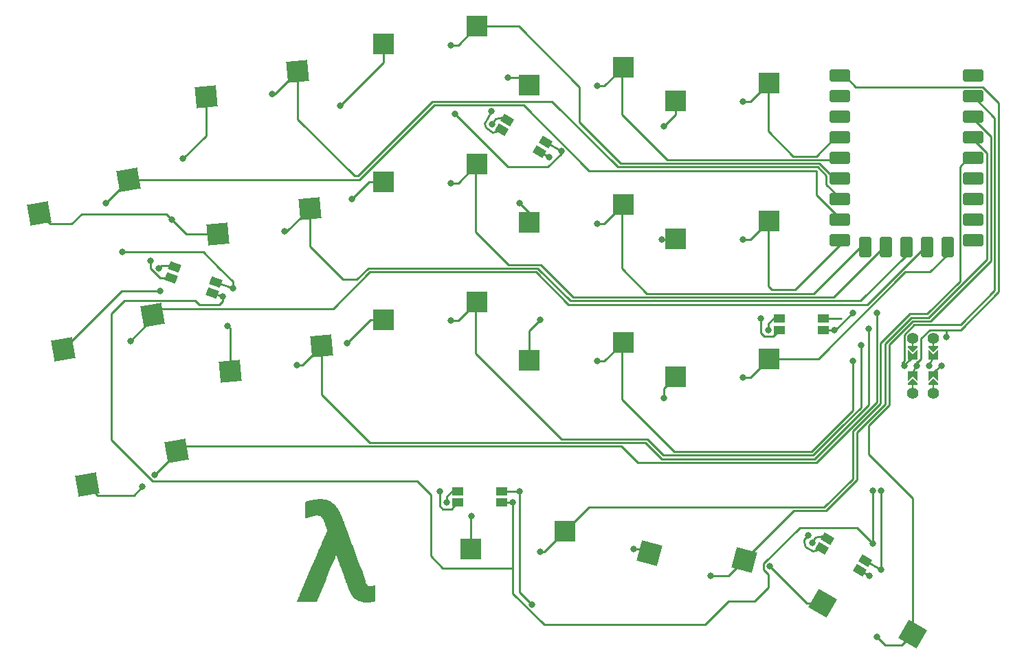
<source format=gbr>
%TF.GenerationSoftware,KiCad,Pcbnew,9.0.3*%
%TF.CreationDate,2025-07-20T18:48:35+02:00*%
%TF.ProjectId,kdb-v1,6b64622d-7631-42e6-9b69-6361645f7063,v1.0.0*%
%TF.SameCoordinates,Original*%
%TF.FileFunction,Copper,L1,Top*%
%TF.FilePolarity,Positive*%
%FSLAX46Y46*%
G04 Gerber Fmt 4.6, Leading zero omitted, Abs format (unit mm)*
G04 Created by KiCad (PCBNEW 9.0.3) date 2025-07-20 18:48:35*
%MOMM*%
%LPD*%
G01*
G04 APERTURE LIST*
G04 Aperture macros list*
%AMRoundRect*
0 Rectangle with rounded corners*
0 $1 Rounding radius*
0 $2 $3 $4 $5 $6 $7 $8 $9 X,Y pos of 4 corners*
0 Add a 4 corners polygon primitive as box body*
4,1,4,$2,$3,$4,$5,$6,$7,$8,$9,$2,$3,0*
0 Add four circle primitives for the rounded corners*
1,1,$1+$1,$2,$3*
1,1,$1+$1,$4,$5*
1,1,$1+$1,$6,$7*
1,1,$1+$1,$8,$9*
0 Add four rect primitives between the rounded corners*
20,1,$1+$1,$2,$3,$4,$5,0*
20,1,$1+$1,$4,$5,$6,$7,0*
20,1,$1+$1,$6,$7,$8,$9,0*
20,1,$1+$1,$8,$9,$2,$3,0*%
%AMRotRect*
0 Rectangle, with rotation*
0 The origin of the aperture is its center*
0 $1 length*
0 $2 width*
0 $3 Rotation angle, in degrees counterclockwise*
0 Add horizontal line*
21,1,$1,$2,0,0,$3*%
%AMFreePoly0*
4,1,5,0.125000,-0.500000,-0.125000,-0.500000,-0.125000,0.500000,0.125000,0.500000,0.125000,-0.500000,0.125000,-0.500000,$1*%
%AMFreePoly1*
4,1,6,0.600000,-0.200000,0.600000,-0.400000,-0.600000,-0.400000,-0.600000,-0.200000,0.000000,0.400000,0.600000,-0.200000,0.600000,-0.200000,$1*%
%AMFreePoly2*
4,1,45,0.000555,0.122598,0.024386,0.122598,0.024859,0.122401,0.025375,0.122398,0.047313,0.113101,0.069446,0.103934,0.069811,0.103568,0.070282,0.103370,0.089098,0.087673,1.073098,-0.912327,1.088490,-0.931394,1.106791,-0.976602,1.106397,-1.025374,1.087370,-1.070282,1.052606,-1.104490,1.007397,-1.122791,0.958625,-1.122397,0.913717,-1.103370,0.894901,-1.087672,-0.089098,-0.087673,
-0.103295,-0.070084,-0.103934,-0.069446,-0.104063,-0.069132,-0.104490,-0.068606,-0.113424,-0.046532,-0.122598,-0.024386,-0.122598,-0.023873,-0.122791,-0.023397,-0.122598,0.000554,-0.122598,0.024386,-0.122402,0.024858,-0.122398,0.025375,-0.113101,0.047313,-0.103934,0.069446,-0.103568,0.069811,-0.103370,0.070282,-0.086425,0.086954,-0.069446,0.103934,-0.068969,0.104131,-0.068606,0.104490,
-0.046532,0.113424,-0.024386,0.122598,-0.023874,0.122598,-0.023397,0.122791,0.000555,0.122598,0.000555,0.122598,$1*%
%AMFreePoly3*
4,1,6,0.600000,-1.000000,0.000000,-0.400000,-0.600000,-1.000000,-0.600000,0.250000,0.600000,0.250000,0.600000,-1.000000,0.600000,-1.000000,$1*%
%AMFreePoly4*
4,1,45,0.004553,0.122598,0.024386,0.122598,0.028727,0.120799,0.033410,0.120452,0.056267,0.111620,1.032267,-0.380380,1.052962,-0.393502,1.084797,-0.430452,1.100069,-0.476772,1.096452,-0.525410,1.074498,-0.568962,1.037549,-0.600797,0.991228,-0.616069,0.942590,-0.612452,0.919733,-0.603620,-0.056267,-0.111620,-0.066392,-0.105198,-0.069446,-0.103934,-0.071279,-0.102100,-0.076962,-0.098498,
-0.089900,-0.083479,-0.103934,-0.069446,-0.105733,-0.065102,-0.108797,-0.061548,-0.115004,-0.042719,-0.122598,-0.024386,-0.122598,-0.019689,-0.124069,-0.015228,-0.122598,0.004552,-0.122598,0.024386,-0.120800,0.028726,-0.120452,0.033410,-0.111525,0.051119,-0.103934,0.069446,-0.100610,0.072769,-0.098498,0.076962,-0.083479,0.089900,-0.069446,0.103934,-0.065102,0.105733,-0.061548,0.108797,
-0.042719,0.115004,-0.024386,0.122598,-0.019690,0.122598,-0.015228,0.124069,0.004553,0.122598,0.004553,0.122598,$1*%
G04 Aperture macros list end*
%TA.AperFunction,EtchedComponent*%
%ADD10C,0.000000*%
%TD*%
%TA.AperFunction,SMDPad,CuDef*%
%ADD11R,2.600000X2.600000*%
%TD*%
%TA.AperFunction,SMDPad,CuDef*%
%ADD12RotRect,2.600000X2.600000X5.000000*%
%TD*%
%TA.AperFunction,ComponentPad*%
%ADD13RoundRect,0.400000X-0.900000X-0.400000X0.900000X-0.400000X0.900000X0.400000X-0.900000X0.400000X0*%
%TD*%
%TA.AperFunction,ComponentPad*%
%ADD14RoundRect,0.400050X-0.899950X-0.400050X0.899950X-0.400050X0.899950X0.400050X-0.899950X0.400050X0*%
%TD*%
%TA.AperFunction,ComponentPad*%
%ADD15RoundRect,0.400000X-0.400000X-0.900000X0.400000X-0.900000X0.400000X0.900000X-0.400000X0.900000X0*%
%TD*%
%TA.AperFunction,ComponentPad*%
%ADD16RoundRect,0.393700X-0.393700X-0.906300X0.393700X-0.906300X0.393700X0.906300X-0.393700X0.906300X0*%
%TD*%
%TA.AperFunction,SMDPad,CuDef*%
%ADD17RotRect,2.600000X2.600000X330.000000*%
%TD*%
%TA.AperFunction,SMDPad,CuDef*%
%ADD18RotRect,2.600000X2.600000X345.000000*%
%TD*%
%TA.AperFunction,SMDPad,CuDef*%
%ADD19RotRect,2.600000X2.600000X10.000000*%
%TD*%
%TA.AperFunction,ComponentPad*%
%ADD20C,1.400000*%
%TD*%
%TA.AperFunction,SMDPad,CuDef*%
%ADD21FreePoly0,180.000000*%
%TD*%
%TA.AperFunction,SMDPad,CuDef*%
%ADD22FreePoly1,180.000000*%
%TD*%
%TA.AperFunction,SMDPad,CuDef*%
%ADD23FreePoly1,0.000000*%
%TD*%
%TA.AperFunction,SMDPad,CuDef*%
%ADD24FreePoly0,0.000000*%
%TD*%
%TA.AperFunction,ComponentPad*%
%ADD25C,0.800000*%
%TD*%
%TA.AperFunction,SMDPad,CuDef*%
%ADD26FreePoly2,90.000000*%
%TD*%
%TA.AperFunction,SMDPad,CuDef*%
%ADD27FreePoly3,0.000000*%
%TD*%
%TA.AperFunction,SMDPad,CuDef*%
%ADD28FreePoly4,270.000000*%
%TD*%
%TA.AperFunction,SMDPad,CuDef*%
%ADD29FreePoly3,180.000000*%
%TD*%
%TA.AperFunction,SMDPad,CuDef*%
%ADD30FreePoly4,90.000000*%
%TD*%
%TA.AperFunction,SMDPad,CuDef*%
%ADD31FreePoly2,270.000000*%
%TD*%
%TA.AperFunction,SMDPad,CuDef*%
%ADD32R,1.400000X1.000000*%
%TD*%
%TA.AperFunction,SMDPad,CuDef*%
%ADD33RotRect,1.400000X1.000000X330.000000*%
%TD*%
%TA.AperFunction,SMDPad,CuDef*%
%ADD34RotRect,1.400000X1.000000X340.000000*%
%TD*%
%TA.AperFunction,ViaPad*%
%ADD35C,0.800000*%
%TD*%
%TA.AperFunction,Conductor*%
%ADD36C,0.250000*%
%TD*%
G04 APERTURE END LIST*
D10*
%TA.AperFunction,EtchedComponent*%
%TO.C,G\u002A\u002A\u002A*%
G36*
X120027066Y-99519069D02*
G01*
X120202972Y-99527391D01*
X120369411Y-99541609D01*
X120492778Y-99557273D01*
X120643179Y-99587828D01*
X120802466Y-99635493D01*
X120966822Y-99698798D01*
X121132434Y-99776270D01*
X121295484Y-99866438D01*
X121297430Y-99867604D01*
X121367867Y-99915763D01*
X121449563Y-99982397D01*
X121541856Y-100066885D01*
X121644086Y-100168610D01*
X121755592Y-100286952D01*
X121813893Y-100351351D01*
X121886247Y-100432824D01*
X121946467Y-100502509D01*
X121997225Y-100564323D01*
X122041195Y-100622182D01*
X122081049Y-100680000D01*
X122119460Y-100741694D01*
X122159100Y-100811180D01*
X122202642Y-100892372D01*
X122252759Y-100989187D01*
X122263262Y-101009703D01*
X122327363Y-101135853D01*
X122381992Y-101245247D01*
X122428523Y-101340852D01*
X122468330Y-101425633D01*
X122502786Y-101502557D01*
X122533263Y-101574591D01*
X122561136Y-101644702D01*
X122578476Y-101690563D01*
X122603928Y-101759083D01*
X122636830Y-101847594D01*
X122676774Y-101954995D01*
X122723350Y-102080188D01*
X122776148Y-102222071D01*
X122834758Y-102379545D01*
X122898771Y-102551510D01*
X122967777Y-102736867D01*
X123041366Y-102934515D01*
X123119129Y-103143354D01*
X123200656Y-103362285D01*
X123285537Y-103590207D01*
X123373362Y-103826022D01*
X123463723Y-104068628D01*
X123556208Y-104316926D01*
X123650409Y-104569816D01*
X123745916Y-104826199D01*
X123842319Y-105084974D01*
X123939209Y-105345041D01*
X124036175Y-105605301D01*
X124132808Y-105864654D01*
X124228698Y-106122000D01*
X124323436Y-106376238D01*
X124416612Y-106626269D01*
X124507816Y-106870994D01*
X124596639Y-107109312D01*
X124682671Y-107340123D01*
X124765502Y-107562328D01*
X124844722Y-107774826D01*
X124898693Y-107919583D01*
X124977821Y-108131774D01*
X125049482Y-108323910D01*
X125114047Y-108497035D01*
X125171889Y-108652194D01*
X125223377Y-108790430D01*
X125268885Y-108912788D01*
X125308783Y-109020312D01*
X125343443Y-109114046D01*
X125373237Y-109195033D01*
X125398535Y-109264318D01*
X125419709Y-109322946D01*
X125437132Y-109371959D01*
X125451173Y-109412403D01*
X125462206Y-109445321D01*
X125470600Y-109471757D01*
X125476728Y-109492756D01*
X125480962Y-109509361D01*
X125483672Y-109522618D01*
X125485230Y-109533568D01*
X125486007Y-109543258D01*
X125486376Y-109552730D01*
X125486707Y-109563029D01*
X125487282Y-109573903D01*
X125503232Y-109678495D01*
X125535436Y-109777082D01*
X125581772Y-109863210D01*
X125583066Y-109865107D01*
X125613179Y-109910618D01*
X125645122Y-109961279D01*
X125661793Y-109988900D01*
X125687822Y-110030655D01*
X125715727Y-110071690D01*
X125732757Y-110094516D01*
X125756181Y-110128089D01*
X125774509Y-110161551D01*
X125778482Y-110171284D01*
X125795809Y-110199738D01*
X125817975Y-110216178D01*
X125838244Y-110219708D01*
X125876548Y-110222728D01*
X125928416Y-110225020D01*
X125989377Y-110226365D01*
X126031505Y-110226628D01*
X126111040Y-110225888D01*
X126179565Y-110223222D01*
X126244802Y-110217961D01*
X126314473Y-110209434D01*
X126396300Y-110196972D01*
X126421844Y-110192785D01*
X126488639Y-110181638D01*
X126549125Y-110171387D01*
X126599241Y-110162736D01*
X126634923Y-110156383D01*
X126651462Y-110153182D01*
X126676783Y-110147422D01*
X126676783Y-111125610D01*
X126676783Y-112103798D01*
X126465773Y-112154861D01*
X126369273Y-112177812D01*
X126289120Y-112195750D01*
X126219952Y-112209594D01*
X126156404Y-112220263D01*
X126093113Y-112228675D01*
X126024714Y-112235749D01*
X125962162Y-112241106D01*
X125900964Y-112244851D01*
X125825472Y-112247631D01*
X125740091Y-112249458D01*
X125649225Y-112250341D01*
X125557278Y-112250291D01*
X125468656Y-112249318D01*
X125387762Y-112247432D01*
X125319001Y-112244643D01*
X125266778Y-112240963D01*
X125253168Y-112239458D01*
X125162028Y-112224323D01*
X125057670Y-112201113D01*
X124946119Y-112171634D01*
X124833405Y-112137689D01*
X124725553Y-112101083D01*
X124628593Y-112063621D01*
X124555428Y-112030568D01*
X124403018Y-111945091D01*
X124262162Y-111846654D01*
X124136480Y-111738031D01*
X124042184Y-111637267D01*
X123984924Y-111566476D01*
X123923209Y-111485766D01*
X123859521Y-111398762D01*
X123796340Y-111309086D01*
X123736147Y-111220365D01*
X123681423Y-111136223D01*
X123634649Y-111060284D01*
X123598306Y-110996173D01*
X123583847Y-110967655D01*
X123563300Y-110922752D01*
X123537439Y-110863511D01*
X123509104Y-110796573D01*
X123481130Y-110728582D01*
X123471612Y-110704918D01*
X123442205Y-110632324D01*
X123409283Y-110552723D01*
X123376493Y-110474834D01*
X123347478Y-110407376D01*
X123342243Y-110395436D01*
X123331884Y-110370099D01*
X123314261Y-110324766D01*
X123289801Y-110260593D01*
X123258934Y-110178736D01*
X123222086Y-110080353D01*
X123179686Y-109966600D01*
X123132161Y-109838633D01*
X123079940Y-109697609D01*
X123023451Y-109544683D01*
X122963122Y-109381014D01*
X122899379Y-109207756D01*
X122832653Y-109026067D01*
X122763369Y-108837103D01*
X122691957Y-108642021D01*
X122618844Y-108441976D01*
X122580150Y-108335977D01*
X122507225Y-108136160D01*
X122436358Y-107942050D01*
X122367935Y-107754703D01*
X122302342Y-107575170D01*
X122239964Y-107404507D01*
X122181187Y-107243768D01*
X122126398Y-107094006D01*
X122075982Y-106956275D01*
X122030324Y-106831628D01*
X121989811Y-106721121D01*
X121954829Y-106625807D01*
X121925764Y-106546740D01*
X121903001Y-106484974D01*
X121886926Y-106441562D01*
X121877925Y-106417558D01*
X121876051Y-106412864D01*
X121873716Y-106413702D01*
X121869360Y-106419763D01*
X121862705Y-106431707D01*
X121853475Y-106450196D01*
X121841392Y-106475892D01*
X121826180Y-106509455D01*
X121807561Y-106551546D01*
X121785257Y-106602827D01*
X121758992Y-106663960D01*
X121728489Y-106735604D01*
X121693470Y-106818422D01*
X121653658Y-106913074D01*
X121608776Y-107020223D01*
X121558546Y-107140528D01*
X121502693Y-107274652D01*
X121440937Y-107423255D01*
X121373003Y-107586998D01*
X121298613Y-107766544D01*
X121217490Y-107962552D01*
X121129356Y-108175685D01*
X121033935Y-108406604D01*
X120930949Y-108655969D01*
X120820122Y-108924442D01*
X120701175Y-109212684D01*
X120627715Y-109390738D01*
X119479929Y-112172970D01*
X118239038Y-112173259D01*
X116998147Y-112173549D01*
X117013542Y-112136974D01*
X117019449Y-112123098D01*
X117033759Y-112089562D01*
X117056029Y-112037402D01*
X117085817Y-111967654D01*
X117122678Y-111881356D01*
X117166172Y-111779543D01*
X117215853Y-111663253D01*
X117271281Y-111533520D01*
X117332011Y-111391382D01*
X117397601Y-111237876D01*
X117467608Y-111074036D01*
X117541589Y-110900901D01*
X117619101Y-110719506D01*
X117699702Y-110530888D01*
X117782948Y-110336083D01*
X117868396Y-110136127D01*
X117955603Y-109932057D01*
X118044127Y-109724910D01*
X118133525Y-109515722D01*
X118223354Y-109305528D01*
X118313171Y-109095366D01*
X118402532Y-108886273D01*
X118490996Y-108679283D01*
X118578118Y-108475434D01*
X118663457Y-108275763D01*
X118746570Y-108081305D01*
X118827013Y-107893097D01*
X118904343Y-107712176D01*
X118978118Y-107539577D01*
X119047895Y-107376338D01*
X119113230Y-107223494D01*
X119173681Y-107082082D01*
X119228806Y-106953139D01*
X119278160Y-106837700D01*
X119311197Y-106760434D01*
X119351068Y-106667181D01*
X119396779Y-106560253D01*
X119447746Y-106441020D01*
X119503383Y-106310851D01*
X119563106Y-106171114D01*
X119626329Y-106023179D01*
X119692467Y-105868415D01*
X119760936Y-105708191D01*
X119831151Y-105543877D01*
X119902526Y-105376840D01*
X119974477Y-105208452D01*
X120046419Y-105040079D01*
X120117767Y-104873093D01*
X120187935Y-104708861D01*
X120256339Y-104548754D01*
X120322394Y-104394139D01*
X120385514Y-104246387D01*
X120445116Y-104106866D01*
X120500614Y-103976945D01*
X120551422Y-103857994D01*
X120596957Y-103751382D01*
X120636632Y-103658477D01*
X120669864Y-103580649D01*
X120696066Y-103519268D01*
X120714655Y-103475701D01*
X120725045Y-103451319D01*
X120725636Y-103449930D01*
X120747946Y-103397422D01*
X120634325Y-103020316D01*
X120578120Y-102835844D01*
X120526771Y-102671849D01*
X120479767Y-102526949D01*
X120436598Y-102399763D01*
X120396752Y-102288909D01*
X120359719Y-102193006D01*
X120324986Y-102110671D01*
X120292045Y-102040524D01*
X120260382Y-101981183D01*
X120234054Y-101938148D01*
X120207720Y-101902460D01*
X120171156Y-101858981D01*
X120127732Y-101811098D01*
X120080815Y-101762200D01*
X120033773Y-101715676D01*
X119989974Y-101674912D01*
X119952787Y-101643297D01*
X119925580Y-101624220D01*
X119918830Y-101621056D01*
X119839448Y-101594036D01*
X119774435Y-101574715D01*
X119717637Y-101561548D01*
X119662899Y-101552995D01*
X119635719Y-101550091D01*
X119570726Y-101546860D01*
X119492910Y-101547365D01*
X119410046Y-101551174D01*
X119329909Y-101557853D01*
X119260274Y-101566969D01*
X119230028Y-101572697D01*
X119166475Y-101587137D01*
X119093961Y-101604366D01*
X119016046Y-101623461D01*
X118936291Y-101643501D01*
X118858256Y-101663562D01*
X118785502Y-101682723D01*
X118721587Y-101700061D01*
X118670074Y-101714654D01*
X118634522Y-101725578D01*
X118621438Y-101730372D01*
X118596481Y-101739617D01*
X118553735Y-101753596D01*
X118497123Y-101771107D01*
X118430567Y-101790945D01*
X118357989Y-101811908D01*
X118328838Y-101820145D01*
X118257225Y-101840261D01*
X118192129Y-101858564D01*
X118136941Y-101874101D01*
X118095053Y-101885916D01*
X118069856Y-101893053D01*
X118064754Y-101894517D01*
X118061369Y-101894615D01*
X118058394Y-101891902D01*
X118055804Y-101885022D01*
X118053572Y-101872623D01*
X118051671Y-101853351D01*
X118050075Y-101825850D01*
X118048757Y-101788769D01*
X118047691Y-101740751D01*
X118046851Y-101680445D01*
X118046210Y-101606494D01*
X118045741Y-101517547D01*
X118045419Y-101412247D01*
X118045216Y-101289243D01*
X118045107Y-101147179D01*
X118045064Y-100984702D01*
X118045060Y-100886731D01*
X118045060Y-99873186D01*
X118154785Y-99800252D01*
X118202101Y-99769118D01*
X118237118Y-99748002D01*
X118266264Y-99734436D01*
X118295968Y-99725956D01*
X118332661Y-99720096D01*
X118377049Y-99715016D01*
X118438786Y-99707314D01*
X118502054Y-99697278D01*
X118570778Y-99684092D01*
X118648883Y-99666939D01*
X118740292Y-99645002D01*
X118848932Y-99617467D01*
X118860966Y-99614356D01*
X118993036Y-99585256D01*
X119143166Y-99561089D01*
X119307421Y-99541993D01*
X119481871Y-99528106D01*
X119662584Y-99519564D01*
X119845626Y-99516506D01*
X120027066Y-99519069D01*
G37*
%TD.AperFunction*%
%TD*%
D11*
%TO.P,S10,1*%
%TO.N,GP8*%
X157222865Y-80192410D03*
%TO.P,S10,2*%
%TO.N,GND*%
X145672865Y-82392410D03*
%TD*%
D12*
%TO.P,S6,1*%
%TO.N,GP26*%
X117149454Y-46699734D03*
%TO.P,S6,2*%
%TO.N,GND*%
X105835148Y-49898012D03*
%TD*%
D11*
%TO.P,S14,1*%
%TO.N,GP14*%
X175222865Y-65192410D03*
%TO.P,S14,2*%
%TO.N,GND*%
X163672865Y-67392410D03*
%TD*%
D13*
%TO.P,RP2040Zero1,1*%
%TO.N,GP0*%
X200327865Y-47282410D03*
X200327865Y-47282410D03*
%TO.P,RP2040Zero1,2*%
%TO.N,GP1*%
X200327865Y-49822410D03*
X200327865Y-49822410D03*
%TO.P,RP2040Zero1,3*%
%TO.N,GP2*%
X200327865Y-52362410D03*
X200327865Y-52362410D03*
%TO.P,RP2040Zero1,4*%
%TO.N,GP3*%
X200327865Y-54902410D03*
X200327865Y-54902410D03*
%TO.P,RP2040Zero1,5*%
%TO.N,GP4*%
X200327865Y-57442410D03*
X200327865Y-57442410D03*
D14*
%TO.P,RP2040Zero1,6*%
%TO.N,GP5*%
X200327865Y-59982410D03*
X200327865Y-59982410D03*
%TO.P,RP2040Zero1,7*%
%TO.N,GP6*%
X200327865Y-62522410D03*
X200327865Y-62522410D03*
%TO.P,RP2040Zero1,8*%
%TO.N,GP7*%
X200327865Y-65062410D03*
X200327865Y-65062410D03*
%TO.P,RP2040Zero1,9*%
%TO.N,GP8*%
X200327865Y-67602410D03*
X200327865Y-67602410D03*
D15*
%TO.P,RP2040Zero1,10*%
%TO.N,GP9*%
X197187865Y-68412410D03*
X197187865Y-68412410D03*
D16*
%TO.P,RP2040Zero1,11*%
%TO.N,GP10*%
X194647865Y-68412410D03*
X194647865Y-68412410D03*
%TO.P,RP2040Zero1,12*%
%TO.N,GP11*%
X192107865Y-68412410D03*
X192107865Y-68412410D03*
%TO.P,RP2040Zero1,13*%
%TO.N,GP12*%
X189567865Y-68412410D03*
X189567865Y-68412410D03*
%TO.P,RP2040Zero1,14*%
%TO.N,GP13*%
X187027865Y-68412410D03*
X187027865Y-68412410D03*
D14*
%TO.P,RP2040Zero1,15*%
%TO.N,GP14*%
X183887865Y-67602410D03*
X183887865Y-67602410D03*
%TO.P,RP2040Zero1,16*%
%TO.N,GP15*%
X183887865Y-65062410D03*
X183887865Y-65062410D03*
%TO.P,RP2040Zero1,17*%
%TO.N,GP26*%
X183887865Y-62522410D03*
X183887865Y-62522410D03*
%TO.P,RP2040Zero1,18*%
%TO.N,GP27*%
X183887865Y-59982410D03*
X183887865Y-59982410D03*
%TO.P,RP2040Zero1,19*%
%TO.N,P5V*%
X183887865Y-47282410D03*
X183887865Y-47282410D03*
%TO.P,RP2040Zero1,20*%
%TO.N,GND*%
X183887865Y-49822410D03*
X183887865Y-49822410D03*
%TO.P,RP2040Zero1,21*%
%TO.N,P3V3*%
X183887865Y-52362410D03*
X183887865Y-52362410D03*
%TO.P,RP2040Zero1,22*%
%TO.N,GP28*%
X183887865Y-57442410D03*
X183887865Y-57442410D03*
%TO.P,RP2040Zero1,23*%
%TO.N,GP29*%
X183887865Y-54902410D03*
X183887865Y-54902410D03*
%TD*%
D17*
%TO.P,S18,1*%
%TO.N,GP2*%
X192873096Y-116182614D03*
%TO.P,S18,2*%
%TO.N,GND*%
X181770503Y-112312870D03*
%TD*%
D11*
%TO.P,S12,1*%
%TO.N,GP28*%
X157222865Y-46192410D03*
%TO.P,S12,2*%
%TO.N,GND*%
X145672865Y-48392410D03*
%TD*%
%TO.P,S8,1*%
%TO.N,GP12*%
X139222865Y-58192410D03*
%TO.P,S8,2*%
%TO.N,GND*%
X127672865Y-60392410D03*
%TD*%
%TO.P,S11,1*%
%TO.N,GP13*%
X157222865Y-63192410D03*
%TO.P,S11,2*%
%TO.N,GND*%
X145672865Y-65392410D03*
%TD*%
%TO.P,S15,1*%
%TO.N,GP29*%
X175222865Y-48192410D03*
%TO.P,S15,2*%
%TO.N,GND*%
X163672865Y-50392410D03*
%TD*%
D18*
%TO.P,S17,1*%
%TO.N,GP3*%
X172151245Y-107042784D03*
%TO.P,S17,2*%
%TO.N,GND*%
X160425400Y-106178461D03*
%TD*%
D19*
%TO.P,S3,1*%
%TO.N,GP15*%
X96288001Y-60088232D03*
%TO.P,S3,2*%
%TO.N,GND*%
X85295497Y-64260446D03*
%TD*%
D11*
%TO.P,S9,1*%
%TO.N,GP27*%
X139222865Y-41192410D03*
%TO.P,S9,2*%
%TO.N,GND*%
X127672865Y-43392410D03*
%TD*%
D12*
%TO.P,S5,1*%
%TO.N,GP11*%
X118631102Y-63635044D03*
%TO.P,S5,2*%
%TO.N,GND*%
X107316796Y-66833322D03*
%TD*%
D20*
%TO.P,AdamTech-MDJ004FS1,*%
%TO.N,*%
X195407865Y-79642410D03*
X192907865Y-79642410D03*
D21*
X195407865Y-80534410D03*
X192907865Y-80534410D03*
D22*
X195407865Y-81042410D03*
X192907865Y-81042410D03*
D23*
X192915865Y-85034410D03*
X195407865Y-85042410D03*
D24*
X192915865Y-85542410D03*
X195407865Y-85550410D03*
D20*
X195407865Y-86442410D03*
X192907865Y-86442410D03*
D25*
%TO.P,AdamTech-MDJ004FS1,3*%
%TO.N,GND*%
X196407865Y-83042410D03*
D26*
%TO.N,N/C*%
X195407865Y-84026410D03*
D27*
X195407865Y-84026410D03*
D28*
%TO.P,AdamTech-MDJ004FS1,5*%
X195407865Y-82058410D03*
D29*
X195407865Y-82058410D03*
D25*
%TO.N,GND*%
X194907865Y-83042410D03*
%TO.P,AdamTech-MDJ004FS1,6*%
%TO.N,P5V*%
X193407865Y-83042410D03*
D30*
%TO.N,N/C*%
X192915865Y-84018410D03*
D27*
X192915865Y-84018410D03*
D31*
%TO.P,AdamTech-MDJ004FS1,8*%
X192907865Y-82058410D03*
D29*
X192907865Y-82058410D03*
D25*
%TO.N,GP1*%
X191907865Y-83042410D03*
%TD*%
D11*
%TO.P,S7,1*%
%TO.N,GP7*%
X139222865Y-75192410D03*
%TO.P,S7,2*%
%TO.N,GND*%
X127672865Y-77392410D03*
%TD*%
D19*
%TO.P,S1,1*%
%TO.N,GP5*%
X102192039Y-93571696D03*
%TO.P,S1,2*%
%TO.N,GND*%
X91199535Y-97743910D03*
%TD*%
D12*
%TO.P,S4,1*%
%TO.N,GP6*%
X120112750Y-80570354D03*
%TO.P,S4,2*%
%TO.N,GND*%
X108798444Y-83768632D03*
%TD*%
D11*
%TO.P,S16,1*%
%TO.N,GP4*%
X150022865Y-103492410D03*
%TO.P,S16,2*%
%TO.N,GND*%
X138472865Y-105692410D03*
%TD*%
D19*
%TO.P,S2,1*%
%TO.N,GP10*%
X99240020Y-76829964D03*
%TO.P,S2,2*%
%TO.N,GND*%
X88247516Y-81002178D03*
%TD*%
D11*
%TO.P,S13,1*%
%TO.N,GP9*%
X175222865Y-82192410D03*
%TO.P,S13,2*%
%TO.N,GND*%
X163672865Y-84392410D03*
%TD*%
D32*
%TO.P,LED5,1*%
%TO.N,P5V*%
X142247865Y-99942410D03*
%TO.P,LED5,2*%
%TO.N,D3*%
X142247865Y-98542410D03*
%TO.P,LED5,3*%
%TO.N,GND*%
X136847865Y-98542410D03*
%TO.P,LED5,4*%
%TO.N,D2*%
X136847865Y-99942410D03*
%TD*%
D33*
%TO.P,LED4,1*%
%TO.N,P5V*%
X186355903Y-108320724D03*
%TO.P,LED4,2*%
%TO.N,D4*%
X187055903Y-107108288D03*
%TO.P,LED4,3*%
%TO.N,GND*%
X182379365Y-104408288D03*
%TO.P,LED4,4*%
%TO.N,D3*%
X181679365Y-105620724D03*
%TD*%
D32*
%TO.P,LED3,1*%
%TO.N,P5V*%
X181847865Y-78642410D03*
%TO.P,LED3,2*%
%TO.N,D5*%
X181847865Y-77242410D03*
%TO.P,LED3,3*%
%TO.N,GND*%
X176447865Y-77242410D03*
%TO.P,LED3,4*%
%TO.N,D4*%
X176447865Y-78642410D03*
%TD*%
D33*
%TO.P,LED2,1*%
%TO.N,P5V*%
X146936134Y-56648628D03*
%TO.P,LED2,2*%
%TO.N,D1*%
X147636134Y-55436192D03*
%TO.P,LED2,3*%
%TO.N,GND*%
X142959596Y-52736192D03*
%TO.P,LED2,4*%
%TO.N,GP0*%
X142259596Y-53948628D03*
%TD*%
D34*
%TO.P,LED1,1*%
%TO.N,P5V*%
X106585396Y-74068721D03*
%TO.P,LED1,2*%
%TO.N,D2*%
X107064224Y-72753152D03*
%TO.P,LED1,3*%
%TO.N,GND*%
X101989884Y-70906243D03*
%TO.P,LED1,4*%
%TO.N,D1*%
X101511056Y-72221812D03*
%TD*%
D35*
%TO.N,GP5*%
X99500000Y-96500000D03*
X188500000Y-76500000D03*
%TO.N,GND*%
X103000000Y-57500000D03*
X147000000Y-77392410D03*
X141081802Y-53268628D03*
X158500000Y-105692410D03*
X144500000Y-63000000D03*
X175087865Y-78642410D03*
X180501571Y-104940724D03*
X98000000Y-98000000D03*
X123803818Y-62500000D03*
X100000000Y-71000000D03*
X100208892Y-73791108D03*
X108500000Y-78128300D03*
X175250000Y-107750000D03*
X162000000Y-67500000D03*
X101594065Y-65000000D03*
X162222865Y-53500000D03*
X143000000Y-47500000D03*
X138500000Y-101616410D03*
X162222865Y-87000000D03*
X122322170Y-51000000D03*
X135487865Y-99942410D03*
X123229631Y-80270369D03*
%TO.N,GP10*%
X96500000Y-80000000D03*
%TO.N,GP15*%
X93500000Y-63000000D03*
%TO.N,GP6*%
X117000000Y-83000000D03*
X187500000Y-78500000D03*
%TO.N,GP11*%
X115500000Y-66500000D03*
%TO.N,GP26*%
X114000000Y-49500000D03*
%TO.N,GP7*%
X186500000Y-80500000D03*
X136000000Y-77500000D03*
%TO.N,GP12*%
X136000000Y-60500000D03*
%TO.N,GP27*%
X136000000Y-43500000D03*
%TO.N,GP8*%
X185500000Y-82500000D03*
X154000000Y-82500000D03*
%TO.N,GP13*%
X154000000Y-65500000D03*
%TO.N,GP28*%
X154000000Y-48500000D03*
%TO.N,GP9*%
X172000000Y-84500000D03*
%TO.N,GP14*%
X172000000Y-67500000D03*
%TO.N,GP29*%
X172000000Y-50500000D03*
%TO.N,GP4*%
X147000000Y-106000000D03*
%TO.N,GP3*%
X168000000Y-109000000D03*
%TO.N,GP2*%
X188500000Y-116500000D03*
%TO.N,P5V*%
X187533697Y-109000724D03*
X188000000Y-98500000D03*
X148113928Y-57328628D03*
X143607865Y-99942410D03*
X185500000Y-76500000D03*
X188000000Y-105000000D03*
X107863378Y-74533869D03*
X197000000Y-79500000D03*
X183207865Y-78642410D03*
%TO.N,GP0*%
X141011039Y-51611192D03*
%TO.N,D1*%
X149584691Y-56561192D03*
X136500000Y-52000000D03*
X99000000Y-70136698D03*
%TO.N,D2*%
X109178533Y-73522697D03*
X134597865Y-98542410D03*
X95500000Y-69000000D03*
%TO.N,D3*%
X180000000Y-104000000D03*
X146000000Y-112500000D03*
X144497865Y-98542410D03*
%TO.N,D4*%
X174197865Y-77242410D03*
X189004460Y-98504460D03*
X189004460Y-108233288D03*
%TD*%
D36*
%TO.N,D1*%
X101511056Y-72221812D02*
X100195092Y-72221812D01*
X100195092Y-72221812D02*
X99000000Y-71026720D01*
X99000000Y-71026720D02*
X99000000Y-70136698D01*
%TO.N,GND*%
X100000000Y-71000000D02*
X100333171Y-70666829D01*
X101332100Y-70666829D02*
X101989884Y-70906243D01*
X100333171Y-70666829D02*
X101332100Y-70666829D01*
%TO.N,GP10*%
X194647865Y-67812410D02*
X194647865Y-68190222D01*
X194647865Y-68190222D02*
X187338087Y-75500000D01*
X187338087Y-75500000D02*
X150500000Y-75500000D01*
X146500000Y-71500000D02*
X126000000Y-71500000D01*
X100069984Y-76000000D02*
X99240020Y-76829964D01*
X150500000Y-75500000D02*
X146500000Y-71500000D01*
X126000000Y-71500000D02*
X121500000Y-76000000D01*
X121500000Y-76000000D02*
X100069984Y-76000000D01*
%TO.N,P5V*%
X107863378Y-74533869D02*
X107863378Y-75136622D01*
X94138774Y-92165494D02*
X99288010Y-97314730D01*
X107863378Y-75136622D02*
X107500000Y-75500000D01*
X107500000Y-75500000D02*
X105000000Y-75500000D01*
X133500000Y-99000000D02*
X133500000Y-106500000D01*
X105000000Y-75500000D02*
X104497971Y-74997971D01*
X95762400Y-74997971D02*
X94138774Y-76621597D01*
X133500000Y-106500000D02*
X135000000Y-108000000D01*
X104497971Y-74997971D02*
X95762400Y-74997971D01*
X94138774Y-76621597D02*
X94138774Y-92165494D01*
X99288010Y-97314730D02*
X131814730Y-97314730D01*
X131814730Y-97314730D02*
X133500000Y-99000000D01*
X135000000Y-108000000D02*
X143623865Y-108000000D01*
%TO.N,GP5*%
X188480095Y-76519905D02*
X188500000Y-76500000D01*
X102192039Y-93571696D02*
X102192039Y-93807961D01*
X188480095Y-87519905D02*
X188480095Y-82500000D01*
X102773334Y-92990401D02*
X156990401Y-92990401D01*
X159000000Y-95000000D02*
X181000000Y-95000000D01*
X102192039Y-93807961D02*
X99500000Y-96500000D01*
X156990401Y-92990401D02*
X158500000Y-94500000D01*
X102192039Y-93571696D02*
X102773334Y-92990401D01*
X181000000Y-95000000D02*
X188480095Y-87519905D01*
X188480095Y-82500000D02*
X188480095Y-76519905D01*
X158500000Y-94500000D02*
X159000000Y-95000000D01*
%TO.N,GND*%
X123229631Y-80270369D02*
X126107590Y-77392410D01*
X98000000Y-98000000D02*
X96948788Y-99051212D01*
X142959596Y-52736192D02*
X142353379Y-52386192D01*
X127672865Y-45649305D02*
X127672865Y-43392410D01*
X100208892Y-73791108D02*
X95458586Y-73791108D01*
X100928636Y-64334571D02*
X90530985Y-64334571D01*
X138472865Y-101643545D02*
X138472865Y-105692410D01*
X162222865Y-53500000D02*
X163672865Y-52050000D01*
X103000000Y-57500000D02*
X105835148Y-54664852D01*
X176447865Y-77242410D02*
X175747865Y-77242410D01*
X182379366Y-104408288D02*
X181773148Y-104058288D01*
X145672865Y-64172865D02*
X145672865Y-65392410D01*
X147000000Y-77392410D02*
X145672865Y-78719545D01*
X108798444Y-78426744D02*
X108798444Y-83768632D01*
X175747865Y-77242410D02*
X175087865Y-77836494D01*
X101594065Y-65000000D02*
X100928636Y-64334571D01*
X163565275Y-67500000D02*
X163672865Y-67392410D01*
X162222865Y-87000000D02*
X162222865Y-85842410D01*
X159939349Y-105692410D02*
X160425400Y-106178461D01*
X179812870Y-112312870D02*
X181770503Y-112312870D01*
X175250000Y-107750000D02*
X179812870Y-112312870D01*
X138500000Y-101616410D02*
X138472865Y-101643545D01*
X125911408Y-60392410D02*
X127672865Y-60392410D01*
X92506837Y-99051212D02*
X91199535Y-97743910D01*
X108500000Y-78128300D02*
X108798444Y-78426744D01*
X163672865Y-52050000D02*
X163672865Y-50392410D01*
X180904529Y-104242780D02*
X180501571Y-104940724D01*
X123803818Y-62500000D02*
X125911408Y-60392410D01*
X136847865Y-98542410D02*
X136147865Y-98542410D01*
X90530985Y-64334571D02*
X89297808Y-65567748D01*
X96948788Y-99051212D02*
X92506837Y-99051212D01*
X181773148Y-104058288D02*
X180904529Y-104242780D01*
X103427387Y-66833322D02*
X107316796Y-66833322D01*
X162222865Y-85842410D02*
X163672865Y-84392410D01*
X126107590Y-77392410D02*
X127672865Y-77392410D01*
X95458586Y-73791108D02*
X88247516Y-81002178D01*
X143000000Y-47500000D02*
X144780455Y-47500000D01*
X101594065Y-65000000D02*
X103427387Y-66833322D01*
X175087865Y-77836494D02*
X175087865Y-78642410D01*
X162000000Y-67500000D02*
X163565275Y-67500000D01*
X136147865Y-98542410D02*
X135487865Y-99136494D01*
X144780455Y-47500000D02*
X145672865Y-48392410D01*
X105835148Y-54664852D02*
X105835148Y-49898012D01*
X145672865Y-78719545D02*
X145672865Y-82392410D01*
X89297808Y-65567748D02*
X86602799Y-65567748D01*
X142353379Y-52386192D02*
X141484760Y-52570684D01*
X135487865Y-99136494D02*
X135487865Y-99942410D01*
X122322170Y-51000000D02*
X127672865Y-45649305D01*
X144500000Y-63000000D02*
X145672865Y-64172865D01*
X86602799Y-65567748D02*
X85295497Y-64260446D01*
X158500000Y-105692410D02*
X159939349Y-105692410D01*
X141484760Y-52570684D02*
X141081802Y-53268628D01*
%TO.N,GP10*%
X99240020Y-77259980D02*
X96500000Y-80000000D01*
X99240020Y-76829964D02*
X99240020Y-77259980D01*
%TO.N,GP15*%
X181000000Y-59000000D02*
X181000000Y-61961335D01*
X181000000Y-61961335D02*
X184101075Y-65062410D01*
X96288001Y-60088232D02*
X96296967Y-60079266D01*
X124734009Y-60079266D02*
X133928083Y-50885192D01*
X153050219Y-59000000D02*
X181000000Y-59000000D01*
X96296967Y-60079266D02*
X124734009Y-60079266D01*
X184101075Y-65062410D02*
X184487865Y-65062410D01*
X133928083Y-50885192D02*
X144935411Y-50885192D01*
X96288001Y-60211999D02*
X93500000Y-63000000D01*
X96288001Y-60088232D02*
X96288001Y-60211999D01*
X144935411Y-50885192D02*
X153050219Y-59000000D01*
%TO.N,GP6*%
X130000000Y-92539401D02*
X159990401Y-92539401D01*
X159990401Y-92539401D02*
X162000000Y-94549000D01*
X162000000Y-94549000D02*
X180813190Y-94549000D01*
X120112750Y-80570354D02*
X117683104Y-83000000D01*
X117683104Y-83000000D02*
X117000000Y-83000000D01*
X180813190Y-94549000D02*
X185681095Y-89681095D01*
X126000000Y-92539401D02*
X130000000Y-92539401D01*
X185681095Y-89681095D02*
X187500000Y-87862190D01*
X120112750Y-86652151D02*
X126000000Y-92539401D01*
X187500000Y-87862190D02*
X187500000Y-78500000D01*
X120112750Y-80570354D02*
X120112750Y-86652151D01*
%TO.N,GP11*%
X122693727Y-72431095D02*
X118631102Y-68368470D01*
X115766146Y-66500000D02*
X115500000Y-66500000D01*
X118631102Y-68368470D02*
X118631102Y-63635044D01*
X118631102Y-63635044D02*
X115766146Y-66500000D01*
X186451000Y-75049000D02*
X150686810Y-75049000D01*
X125813190Y-71049000D02*
X124431095Y-72431095D01*
X150686810Y-75049000D02*
X146686810Y-71049000D01*
X146686810Y-71049000D02*
X125813190Y-71049000D01*
X124431095Y-72431095D02*
X122693727Y-72431095D01*
X192107865Y-67812410D02*
X192107865Y-69392135D01*
X192107865Y-69392135D02*
X186451000Y-75049000D01*
%TO.N,GP26*%
X117149454Y-46699734D02*
X114349188Y-49500000D01*
X124128266Y-59628266D02*
X124547199Y-59628266D01*
X124547199Y-59628266D02*
X133741273Y-50434192D01*
X156589554Y-58549000D02*
X181186810Y-58549000D01*
X117149454Y-52649454D02*
X124128266Y-59628266D01*
X148474746Y-50434192D02*
X156589554Y-58549000D01*
X182261865Y-60683200D02*
X184101075Y-62522410D01*
X114349188Y-49500000D02*
X114000000Y-49500000D01*
X181186810Y-58549000D02*
X182261865Y-59624055D01*
X133741273Y-50434192D02*
X148474746Y-50434192D01*
X184101075Y-62522410D02*
X184487865Y-62522410D01*
X117149454Y-46699734D02*
X117149454Y-52649454D01*
X182261865Y-59624055D02*
X182261865Y-60683200D01*
%TO.N,GP7*%
X139222865Y-75192410D02*
X136915275Y-77500000D01*
X139071865Y-75343410D02*
X139071865Y-81571865D01*
X149588401Y-92088401D02*
X160177211Y-92088401D01*
X160177211Y-92088401D02*
X162186810Y-94098000D01*
X186500000Y-88224380D02*
X186500000Y-80500000D01*
X136915275Y-77500000D02*
X136000000Y-77500000D01*
X162186810Y-94098000D02*
X180626380Y-94098000D01*
X180626380Y-94098000D02*
X184112190Y-90612190D01*
X184112190Y-90612190D02*
X186500000Y-88224380D01*
X139222865Y-75192410D02*
X139071865Y-75343410D01*
X139071865Y-81571865D02*
X149588401Y-92088401D01*
%TO.N,GP12*%
X139222865Y-58192410D02*
X136915275Y-60500000D01*
X143098000Y-70598000D02*
X139071865Y-66571865D01*
X147098000Y-70598000D02*
X143098000Y-70598000D01*
X189567865Y-67812410D02*
X189567865Y-68190222D01*
X136915275Y-60500000D02*
X136000000Y-60500000D01*
X139071865Y-58343410D02*
X139222865Y-58192410D01*
X139071865Y-66571865D02*
X139071865Y-58343410D01*
X151098000Y-74598000D02*
X147098000Y-70598000D01*
X189567865Y-68190222D02*
X183160087Y-74598000D01*
X183160087Y-74598000D02*
X151098000Y-74598000D01*
%TO.N,GP27*%
X139222865Y-41192410D02*
X144400930Y-41192410D01*
X151857365Y-53008323D02*
X156947042Y-58098000D01*
X144400930Y-41192410D02*
X151857365Y-48648845D01*
X183258030Y-59982410D02*
X184487865Y-59982410D01*
X181373620Y-58098000D02*
X183258030Y-59982410D01*
X151857365Y-48648845D02*
X151857365Y-53008323D01*
X139222865Y-41192410D02*
X136915275Y-43500000D01*
X136915275Y-43500000D02*
X136000000Y-43500000D01*
X156947042Y-58098000D02*
X181373620Y-58098000D01*
%TO.N,GP8*%
X157222865Y-80192410D02*
X157071865Y-80343410D01*
X157071865Y-80343410D02*
X157071865Y-87218865D01*
X180439570Y-93647000D02*
X182793285Y-91293285D01*
X154915275Y-82500000D02*
X154000000Y-82500000D01*
X182793285Y-91293285D02*
X185500000Y-88586570D01*
X185500000Y-88586570D02*
X185500000Y-82500000D01*
X163500000Y-93647000D02*
X180439570Y-93647000D01*
X157222865Y-80192410D02*
X154915275Y-82500000D01*
X157071865Y-87218865D02*
X163500000Y-93647000D01*
%TO.N,GP13*%
X157071865Y-63343410D02*
X157071865Y-71071865D01*
X157071865Y-71071865D02*
X160147000Y-74147000D01*
X157222865Y-63192410D02*
X154915275Y-65500000D01*
X157222865Y-63192410D02*
X157071865Y-63343410D01*
X154915275Y-65500000D02*
X154000000Y-65500000D01*
X180693275Y-74147000D02*
X187027865Y-67812410D01*
X160147000Y-74147000D02*
X180693275Y-74147000D01*
%TO.N,GP28*%
X157071865Y-52071865D02*
X162647000Y-57647000D01*
X162647000Y-57647000D02*
X184283275Y-57647000D01*
X184283275Y-57647000D02*
X184487865Y-57442410D01*
X157071865Y-46343410D02*
X157071865Y-52071865D01*
X157222865Y-46192410D02*
X157071865Y-46343410D01*
X157222865Y-46192410D02*
X154915275Y-48500000D01*
X154915275Y-48500000D02*
X154000000Y-48500000D01*
%TO.N,GP9*%
X197187865Y-69312135D02*
X197187865Y-67812410D01*
X192000000Y-71500000D02*
X195000000Y-71500000D01*
X175222865Y-82192410D02*
X172915275Y-84500000D01*
X175222865Y-82192410D02*
X181307590Y-82192410D01*
X181307590Y-82192410D02*
X192000000Y-71500000D01*
X172915275Y-84500000D02*
X172000000Y-84500000D01*
X195000000Y-71500000D02*
X197187865Y-69312135D01*
%TO.N,GP14*%
X172915275Y-67500000D02*
X172000000Y-67500000D01*
X175500000Y-73696000D02*
X178394275Y-73696000D01*
X175222865Y-65192410D02*
X175071865Y-65343410D01*
X175222865Y-65192410D02*
X172915275Y-67500000D01*
X175071865Y-65343410D02*
X175071865Y-73267865D01*
X175071865Y-73267865D02*
X175500000Y-73696000D01*
X178394275Y-73696000D02*
X184487865Y-67602410D01*
%TO.N,GP29*%
X178196000Y-57196000D02*
X181000000Y-57196000D01*
X172915275Y-50500000D02*
X172000000Y-50500000D01*
X183293590Y-54902410D02*
X184487865Y-54902410D01*
X175071865Y-48343410D02*
X175071865Y-54071865D01*
X181000000Y-57196000D02*
X183293590Y-54902410D01*
X175222865Y-48192410D02*
X172915275Y-50500000D01*
X175222865Y-48192410D02*
X175071865Y-48343410D01*
X175071865Y-54071865D02*
X178196000Y-57196000D01*
%TO.N,GP4*%
X182000000Y-100500000D02*
X185500000Y-97000000D01*
X194690276Y-76647000D02*
X198701865Y-72635411D01*
X185500000Y-97000000D02*
X185500000Y-91137810D01*
X188931095Y-80254766D02*
X192538861Y-76647000D01*
X153015275Y-100500000D02*
X182000000Y-100500000D01*
X198701865Y-72635411D02*
X198701865Y-58468410D01*
X150022865Y-103492410D02*
X147515275Y-106000000D01*
X147515275Y-106000000D02*
X147000000Y-106000000D01*
X198701865Y-58468410D02*
X199727865Y-57442410D01*
X150022865Y-103492410D02*
X153015275Y-100500000D01*
X185500000Y-91137810D02*
X188931095Y-87706715D01*
X192538861Y-76647000D02*
X194690276Y-76647000D01*
X188931095Y-87706715D02*
X188931095Y-80254766D01*
%TO.N,GP3*%
X192725671Y-77098000D02*
X194877086Y-77098000D01*
X202000000Y-56787825D02*
X200114585Y-54902410D01*
X170194029Y-109000000D02*
X168000000Y-109000000D01*
X194877086Y-77098000D02*
X202049000Y-69926086D01*
X202049000Y-69926086D02*
X202049000Y-60549000D01*
X189500000Y-87775620D02*
X189500000Y-80323671D01*
X178243029Y-100951000D02*
X182186810Y-100951000D01*
X202049000Y-60549000D02*
X202000000Y-60500000D01*
X189500000Y-80323671D02*
X192725671Y-77098000D01*
X172151245Y-107042784D02*
X170194029Y-109000000D01*
X200114585Y-54902410D02*
X199727865Y-54902410D01*
X182186810Y-100951000D02*
X186000000Y-97137810D01*
X202000000Y-60500000D02*
X202000000Y-56787825D01*
X186000000Y-91275620D02*
X189500000Y-87775620D01*
X172151245Y-107042784D02*
X178243029Y-100951000D01*
X186000000Y-97137810D02*
X186000000Y-91275620D01*
%TO.N,GP2*%
X190000000Y-87913430D02*
X190000000Y-80461481D01*
X192873096Y-99373096D02*
X187500000Y-94000000D01*
X187500000Y-90413430D02*
X190000000Y-87913430D01*
X187500000Y-94000000D02*
X187500000Y-90413430D01*
X202500000Y-54747825D02*
X200114585Y-52362410D01*
X190000000Y-80461481D02*
X192912481Y-77549000D01*
X189500000Y-117500000D02*
X189000000Y-117000000D01*
X200114585Y-52362410D02*
X199727865Y-52362410D01*
X195063896Y-77549000D02*
X202500000Y-70112896D01*
X192873096Y-116182614D02*
X191555710Y-117500000D01*
X192912481Y-77549000D02*
X195063896Y-77549000D01*
X191555710Y-117500000D02*
X189500000Y-117500000D01*
X192873096Y-116182614D02*
X192873096Y-99373096D01*
X202500000Y-70112896D02*
X202500000Y-54747825D01*
X189000000Y-117000000D02*
X188500000Y-116500000D01*
%TO.N,GP1*%
X199727865Y-49822410D02*
X200322410Y-49822410D01*
X203000000Y-73787654D02*
X198787654Y-78000000D01*
X191881865Y-79217426D02*
X191881865Y-82423251D01*
X200322410Y-49822410D02*
X203000000Y-52500000D01*
X191881865Y-82423251D02*
X191585285Y-82719831D01*
X203000000Y-52500000D02*
X203000000Y-73787654D01*
X193099291Y-78000000D02*
X191881865Y-79217426D01*
X198787654Y-78000000D02*
X193099291Y-78000000D01*
%TO.N,P5V*%
X198809054Y-78616410D02*
X197000000Y-78616410D01*
X147473280Y-115000000D02*
X143623865Y-111150585D01*
X174500000Y-107473280D02*
X174500000Y-108213152D01*
X181847865Y-78642410D02*
X183207865Y-78642410D01*
X185901865Y-48696410D02*
X201528585Y-48696410D01*
X186008288Y-103008288D02*
X178964992Y-103008288D01*
X203500000Y-50667825D02*
X203500000Y-73925464D01*
X143623865Y-108000000D02*
X143623865Y-99958410D01*
X146936134Y-56648628D02*
X148113928Y-57328628D01*
X173376399Y-112139015D02*
X170207673Y-112139015D01*
X193933865Y-79665426D02*
X193933865Y-82209096D01*
X203500000Y-73925464D02*
X198809054Y-78616410D01*
X201528585Y-48696410D02*
X203500000Y-50667825D01*
X175124066Y-108837218D02*
X175124066Y-110391348D01*
X143623865Y-99958410D02*
X143607865Y-99942410D01*
X174500000Y-108213152D02*
X175124066Y-108837218D01*
X188000000Y-103500000D02*
X188000000Y-98500000D01*
X193933865Y-82209096D02*
X193558037Y-82584924D01*
X170207673Y-112139015D02*
X167346688Y-115000000D01*
X167346688Y-115000000D02*
X147473280Y-115000000D01*
X183207865Y-78642410D02*
X183357590Y-78642410D01*
X197000000Y-78616410D02*
X197000000Y-79500000D01*
X142247865Y-99942410D02*
X143607865Y-99942410D01*
X193558037Y-82584924D02*
X193407865Y-82584924D01*
X143623865Y-111150585D02*
X143623865Y-108000000D01*
X175124066Y-110391348D02*
X173376399Y-112139015D01*
X106585396Y-74068721D02*
X107863378Y-74533869D01*
X188000000Y-105000000D02*
X188000000Y-103500000D01*
X197000000Y-78616410D02*
X194982881Y-78616410D01*
X178964992Y-103008288D02*
X174500000Y-107473280D01*
X183357590Y-78642410D02*
X185500000Y-76500000D01*
X184487865Y-47282410D02*
X185901865Y-48696410D01*
X186355903Y-108320724D02*
X187533697Y-109000724D01*
X188000000Y-105000000D02*
X186008288Y-103008288D01*
X194982881Y-78616410D02*
X193933865Y-79665426D01*
%TO.N,GP0*%
X140131039Y-53135397D02*
X141011039Y-51611192D01*
X140283136Y-53713958D02*
X140131039Y-53135397D01*
X141190731Y-54237958D02*
X140283136Y-53713958D01*
X142259596Y-53948628D02*
X141190731Y-54237958D01*
%TO.N,D1*%
X149584691Y-56561192D02*
X149584691Y-56884585D01*
X143000000Y-58500000D02*
X138250000Y-53750000D01*
X147969276Y-58500000D02*
X146000000Y-58500000D01*
X149584691Y-56884585D02*
X147969276Y-58500000D01*
X138250000Y-53750000D02*
X136500000Y-52000000D01*
X149584691Y-56561192D02*
X147636134Y-55436192D01*
X146000000Y-58500000D02*
X143000000Y-58500000D01*
%TO.N,D2*%
X135018865Y-100727410D02*
X134597865Y-100302410D01*
X136066865Y-100727410D02*
X135018865Y-100727410D01*
X109178533Y-73522697D02*
X109181170Y-73520060D01*
X105500000Y-69000000D02*
X95500000Y-69000000D01*
X134597865Y-100302410D02*
X134597865Y-98542410D01*
X136847865Y-99942410D02*
X136066865Y-100727410D01*
X107500000Y-71000000D02*
X105500000Y-69000000D01*
X109181170Y-72681170D02*
X107500000Y-71000000D01*
X109178533Y-73522697D02*
X107064225Y-72753152D01*
X109181170Y-73520060D02*
X109181170Y-72681170D01*
%TO.N,D3*%
X144497865Y-110997865D02*
X146000000Y-112500000D01*
X144497865Y-98542410D02*
X142247865Y-98542410D01*
X179702905Y-105386053D02*
X180610500Y-105910053D01*
X144497865Y-98542410D02*
X144497865Y-110997865D01*
X179550809Y-104807493D02*
X179702905Y-105386053D01*
X180610500Y-105910053D02*
X181679366Y-105620724D01*
X179550809Y-104449191D02*
X180000000Y-104000000D01*
X179550809Y-104807493D02*
X179550809Y-104449191D01*
%TO.N,D4*%
X176447865Y-78642410D02*
X175666865Y-79427410D01*
X189004460Y-98504460D02*
X189000000Y-98500000D01*
X189004460Y-108233288D02*
X187055903Y-107108288D01*
X175666865Y-79427410D02*
X174618865Y-79427410D01*
X174618865Y-79427410D02*
X174197865Y-79002410D01*
X174197865Y-79002410D02*
X174197865Y-77242410D01*
X189004460Y-108233288D02*
X189004460Y-103995540D01*
X189004460Y-103995540D02*
X189004460Y-98504460D01*
%TO.N,D5*%
X184097865Y-77242410D02*
X181847865Y-77242410D01*
%TD*%
M02*

</source>
